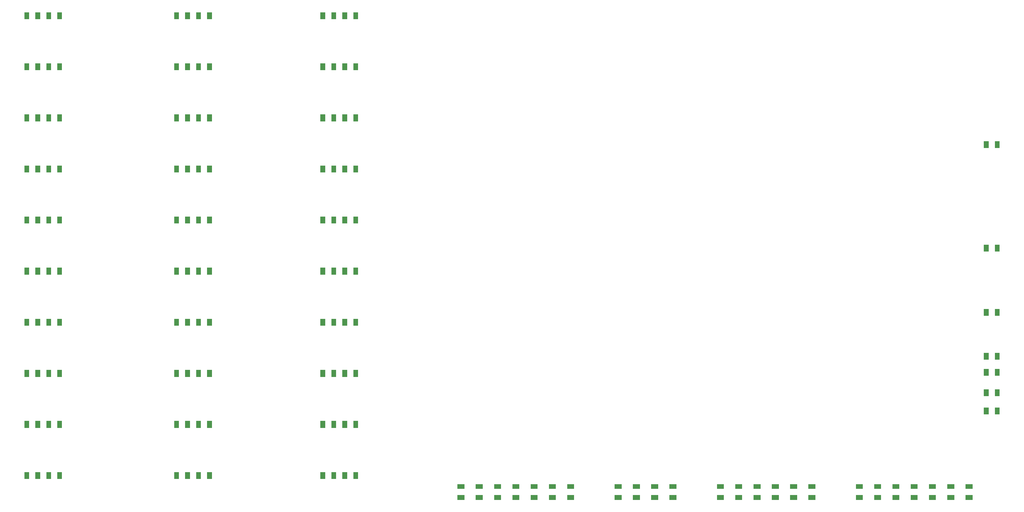
<source format=gbr>
G04 start of page 16 for group -4014 idx -4014 *
G04 Title: (unknown), bottompaste *
G04 Creator: pcb 20091103 *
G04 CreationDate: Чтв 05 Июл 2012 10:45:54 UTC *
G04 For: aml *
G04 Format: Gerber/RS-274X *
G04 PCB-Dimensions: 1259850 590550 *
G04 PCB-Coordinate-Origin: lower left *
%MOIN*%
%FSLAX25Y25*%
%LNBACKPASTE*%
%ADD25R,0.0512X0.0512*%
G54D25*X1212598Y118109D02*Y115747D01*
X1224408Y118109D02*Y115747D01*
X1212598Y137794D02*Y135432D01*
X1224408Y137794D02*Y135432D01*
X1212598Y159841D02*Y157479D01*
X1224408Y159841D02*Y157479D01*
X1212598Y405511D02*Y403149D01*
X1224408Y405511D02*Y403149D01*
X1212599Y293699D02*Y291337D01*
X1224409Y293699D02*Y291337D01*
X1212598Y224408D02*Y222046D01*
X1224408Y224408D02*Y222046D01*
X1212598Y177164D02*Y174802D01*
X1224408Y177164D02*Y174802D01*
X704724Y23622D02*X707086D01*
X704724Y35432D02*X707086D01*
X724409Y23622D02*X726771D01*
X724409Y35432D02*X726771D01*
X744094Y23622D02*X746456D01*
X744094Y35432D02*X746456D01*
X645669Y23622D02*X648031D01*
X645669Y35432D02*X648031D01*
X1023622Y23622D02*X1025984D01*
X1023622Y35432D02*X1025984D01*
X1003937Y23622D02*X1006299D01*
X1003937Y35432D02*X1006299D01*
X190944Y103542D02*Y101180D01*
X179134Y103542D02*Y101180D01*
X190944Y158660D02*Y156298D01*
X179134Y158660D02*Y156298D01*
X190944Y213778D02*Y211416D01*
X179134Y213778D02*Y211416D01*
X509842Y48424D02*Y46062D01*
X498032Y48424D02*Y46062D01*
X509842Y103542D02*Y101180D01*
X498032Y103542D02*Y101180D01*
X190944Y324014D02*Y321652D01*
X179134Y324014D02*Y321652D01*
X190944Y379133D02*Y376771D01*
X179134Y379133D02*Y376771D01*
X190944Y434251D02*Y431889D01*
X179134Y434251D02*Y431889D01*
X509842Y379133D02*Y376771D01*
X498032Y379133D02*Y376771D01*
X190944Y268896D02*Y266534D01*
X179134Y268896D02*Y266534D01*
X190944Y544487D02*Y542125D01*
X179134Y544487D02*Y542125D01*
X1074803Y35432D02*X1077165D01*
X1074803Y23622D02*X1077165D01*
X925197D02*X927559D01*
X925197Y35432D02*X927559D01*
X854331Y23622D02*X856693D01*
X854331Y35432D02*X856693D01*
X214566Y434251D02*Y431889D01*
X202756Y434251D02*Y431889D01*
X375984Y48424D02*Y46062D01*
X364174Y48424D02*Y46062D01*
X533464Y544487D02*Y542125D01*
X521654Y544487D02*Y542125D01*
X533464Y489369D02*Y487007D01*
X521654Y489369D02*Y487007D01*
X533464Y268896D02*Y266534D01*
X521654Y268896D02*Y266534D01*
X1094488Y35432D02*X1096850D01*
X1094488Y23622D02*X1096850D01*
X214566Y103542D02*Y101180D01*
X202756Y103542D02*Y101180D01*
X214566Y48424D02*Y46062D01*
X202756Y48424D02*Y46062D01*
X214566Y544487D02*Y542125D01*
X202756Y544487D02*Y542125D01*
X533464Y379133D02*Y376771D01*
X521654Y379133D02*Y376771D01*
X533464Y324014D02*Y321652D01*
X521654Y324014D02*Y321652D01*
X944882Y23622D02*X947244D01*
X944882Y35432D02*X947244D01*
X375984Y544487D02*Y542125D01*
X364174Y544487D02*Y542125D01*
X533464Y213778D02*Y211416D01*
X521654Y213778D02*Y211416D01*
X214566Y268896D02*Y266534D01*
X202756Y268896D02*Y266534D01*
X375984Y158660D02*Y156298D01*
X364174Y158660D02*Y156298D01*
X190944Y489369D02*Y487007D01*
X179134Y489369D02*Y487007D01*
X214566Y324014D02*Y321652D01*
X202756Y324014D02*Y321652D01*
X533464Y158660D02*Y156298D01*
X521654Y158660D02*Y156298D01*
X509842Y158660D02*Y156298D01*
X498032Y158660D02*Y156298D01*
X509842Y434251D02*Y431889D01*
X498032Y434251D02*Y431889D01*
X509842Y489369D02*Y487007D01*
X498032Y489369D02*Y487007D01*
X509842Y544487D02*Y542125D01*
X498032Y544487D02*Y542125D01*
X533464Y103542D02*Y101180D01*
X521654Y103542D02*Y101180D01*
X352362Y48424D02*Y46062D01*
X340552Y48424D02*Y46062D01*
X1114173Y35432D02*X1116535D01*
X1114173Y23622D02*X1116535D01*
X352362Y103542D02*Y101180D01*
X340552Y103542D02*Y101180D01*
X352362Y158660D02*Y156298D01*
X340552Y158660D02*Y156298D01*
X1173228Y35432D02*X1175590D01*
X1173228Y23622D02*X1175590D01*
X1133858Y35432D02*X1136220D01*
X1133858Y23622D02*X1136220D01*
X352362Y213778D02*Y211416D01*
X340552Y213778D02*Y211416D01*
X1153543Y35432D02*X1155905D01*
X1153543Y23622D02*X1155905D01*
X352362Y268896D02*Y266534D01*
X340552Y268896D02*Y266534D01*
X533464Y434251D02*Y431889D01*
X521654Y434251D02*Y431889D01*
X352362Y324014D02*Y321652D01*
X340552Y324014D02*Y321652D01*
X814961Y23622D02*X817323D01*
X814961Y35432D02*X817323D01*
X352362Y379133D02*Y376771D01*
X340552Y379133D02*Y376771D01*
X352362Y434251D02*Y431889D01*
X340552Y434251D02*Y431889D01*
X352362Y489369D02*Y487007D01*
X340552Y489369D02*Y487007D01*
X375984Y379133D02*Y376771D01*
X364174Y379133D02*Y376771D01*
X874016Y23622D02*X876378D01*
X874016Y35432D02*X876378D01*
X375984Y324014D02*Y321652D01*
X364174Y324014D02*Y321652D01*
X214566Y213778D02*Y211416D01*
X202756Y213778D02*Y211416D01*
X1192913Y35432D02*X1195275D01*
X1192913Y23622D02*X1195275D01*
X964567D02*X966929D01*
X964567Y35432D02*X966929D01*
X533464Y48424D02*Y46062D01*
X521654Y48424D02*Y46062D01*
X375984Y268896D02*Y266534D01*
X364174Y268896D02*Y266534D01*
X375984Y489369D02*Y487007D01*
X364174Y489369D02*Y487007D01*
X375984Y213778D02*Y211416D01*
X364174Y213778D02*Y211416D01*
X214566Y158660D02*Y156298D01*
X202756Y158660D02*Y156298D01*
X352362Y544487D02*Y542125D01*
X340552Y544487D02*Y542125D01*
X190944Y48424D02*Y46062D01*
X179134Y48424D02*Y46062D01*
X375984Y434251D02*Y431889D01*
X364174Y434251D02*Y431889D01*
X375984Y103542D02*Y101180D01*
X364174Y103542D02*Y101180D01*
X214566Y489369D02*Y487007D01*
X202756Y489369D02*Y487007D01*
X214566Y379133D02*Y376771D01*
X202756Y379133D02*Y376771D01*
X984252Y23622D02*X986614D01*
X984252Y35432D02*X986614D01*
X509842Y324014D02*Y321652D01*
X498032Y324014D02*Y321652D01*
X509842Y268896D02*Y266534D01*
X498032Y268896D02*Y266534D01*
X685039Y23622D02*X687401D01*
X685039Y35432D02*X687401D01*
X509842Y213778D02*Y211416D01*
X498032Y213778D02*Y211416D01*
X834646Y23622D02*X837008D01*
X834646Y35432D02*X837008D01*
X665354Y23622D02*X667716D01*
X665354Y35432D02*X667716D01*
X763780Y23622D02*X766142D01*
X763780Y35432D02*X766142D01*
M02*

</source>
